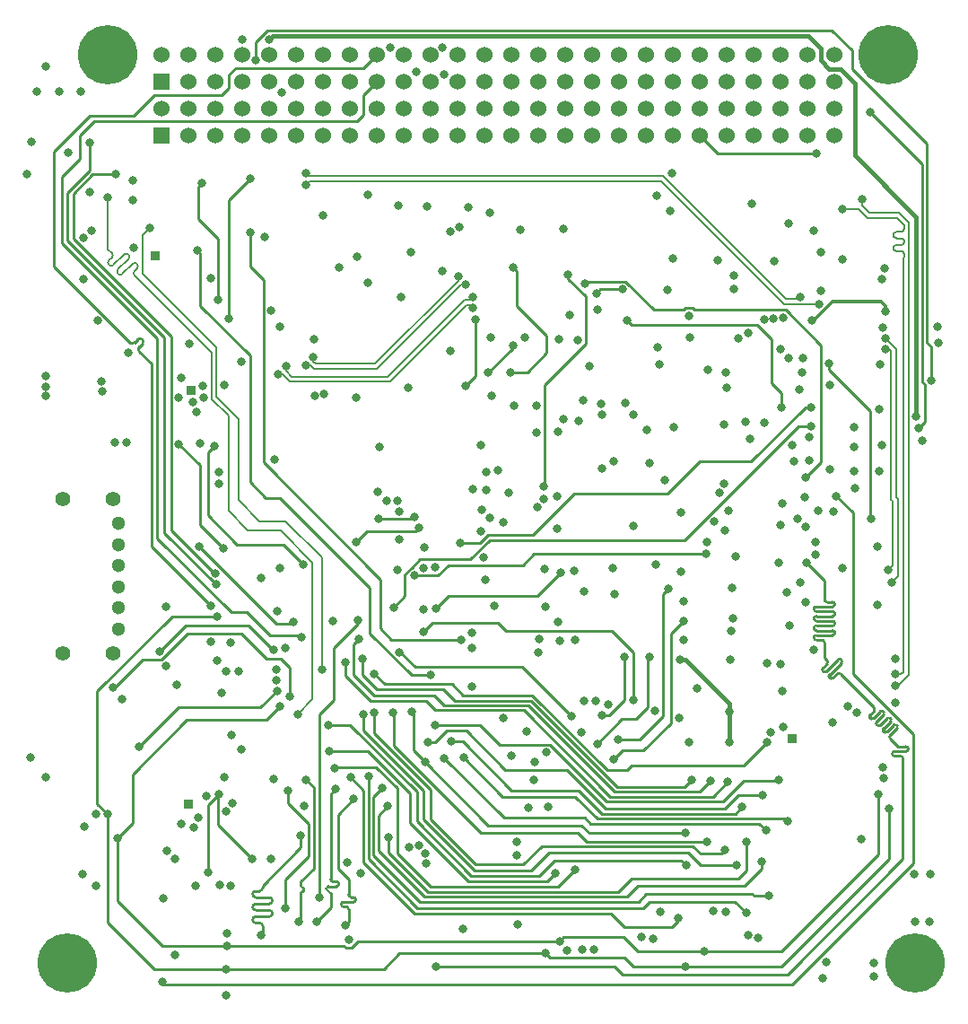
<source format=gbr>
%TF.GenerationSoftware,KiCad,Pcbnew,7.0.5*%
%TF.CreationDate,2024-04-25T22:20:34+03:00*%
%TF.ProjectId,obc-adcs-board,6f62632d-6164-4637-932d-626f6172642e,rev?*%
%TF.SameCoordinates,PX3e2df80PY83e4a60*%
%TF.FileFunction,Copper,L3,Inr*%
%TF.FilePolarity,Positive*%
%FSLAX46Y46*%
G04 Gerber Fmt 4.6, Leading zero omitted, Abs format (unit mm)*
G04 Created by KiCad (PCBNEW 7.0.5) date 2024-04-25 22:20:34*
%MOMM*%
%LPD*%
G01*
G04 APERTURE LIST*
%TA.AperFunction,ComponentPad*%
%ADD10C,5.600000*%
%TD*%
%TA.AperFunction,ComponentPad*%
%ADD11R,0.850000X0.850000*%
%TD*%
%TA.AperFunction,ComponentPad*%
%ADD12R,1.530000X1.530000*%
%TD*%
%TA.AperFunction,ComponentPad*%
%ADD13C,1.530000*%
%TD*%
%TA.AperFunction,ComponentPad*%
%ADD14C,1.300000*%
%TD*%
%TA.AperFunction,ComponentPad*%
%ADD15C,1.400000*%
%TD*%
%TA.AperFunction,ViaPad*%
%ADD16C,0.800000*%
%TD*%
%TA.AperFunction,Conductor*%
%ADD17C,0.300000*%
%TD*%
%TA.AperFunction,Conductor*%
%ADD18C,0.400000*%
%TD*%
%TA.AperFunction,Conductor*%
%ADD19C,0.250000*%
%TD*%
%TA.AperFunction,Conductor*%
%ADD20C,0.200000*%
%TD*%
G04 APERTURE END LIST*
D10*
%TO.N,unconnected-(H4-Pad1)*%
%TO.C,H4*%
X82630000Y90930000D03*
%TD*%
%TO.N,unconnected-(H1-Pad1)*%
%TO.C,H1*%
X5180000Y5190000D03*
%TD*%
%TO.N,AC_GND_2*%
%TO.C,H3*%
X85170000Y5210000D03*
%TD*%
D11*
%TO.N,/OBC module/3V3_PROT*%
%TO.C,3V3_PROT*%
X16600000Y20225000D03*
%TD*%
D10*
%TO.N,AC_GND_1*%
%TO.C,H2*%
X8990000Y90930000D03*
%TD*%
D11*
%TO.N,/ADCS_VDD*%
%TO.C,J29*%
X16875000Y59250000D03*
%TD*%
D12*
%TO.N,CAN1-*%
%TO.C,J1*%
X14048000Y83309000D03*
D13*
%TO.N,unconnected-(J1-Pad02)*%
X14048000Y85849000D03*
%TO.N,CAN1+*%
X16588000Y83309000D03*
%TO.N,unconnected-(J1-Pad04)*%
X16588000Y85849000D03*
%TO.N,unconnected-(J1-Pad05)*%
X19128000Y83309000D03*
%TO.N,unconnected-(J1-Pad06)*%
X19128000Y85849000D03*
%TO.N,unconnected-(J1-Pad07)*%
X21668000Y83309000D03*
%TO.N,unconnected-(J1-Pad08)*%
X21668000Y85849000D03*
%TO.N,unconnected-(J1-Pad09)*%
X24208000Y83309000D03*
%TO.N,unconnected-(J1-Pad10)*%
X24208000Y85849000D03*
%TO.N,unconnected-(J1-Pad11)*%
X26748000Y83309000D03*
%TO.N,unconnected-(J1-Pad12)*%
X26748000Y85849000D03*
%TO.N,unconnected-(J1-Pad13)*%
X29288000Y83309000D03*
%TO.N,unconnected-(J1-Pad14)*%
X29288000Y85849000D03*
%TO.N,unconnected-(J1-Pad15)*%
X31828000Y83309000D03*
%TO.N,unconnected-(J1-Pad16)*%
X31828000Y85849000D03*
%TO.N,unconnected-(J1-Pad17)*%
X34368000Y83309000D03*
%TO.N,unconnected-(J1-Pad18)*%
X34368000Y85849000D03*
%TO.N,unconnected-(J1-Pad19)*%
X36908000Y83309000D03*
%TO.N,unconnected-(J1-Pad20)*%
X36908000Y85849000D03*
%TO.N,unconnected-(J1-Pad21)*%
X39448000Y83309000D03*
%TO.N,unconnected-(J1-Pad22)*%
X39448000Y85849000D03*
%TO.N,unconnected-(J1-Pad23)*%
X41988000Y83309000D03*
%TO.N,unconnected-(J1-Pad24)*%
X41988000Y85849000D03*
%TO.N,unconnected-(J1-Pad25)*%
X44528000Y83309000D03*
%TO.N,unconnected-(J1-Pad26)*%
X44528000Y85849000D03*
%TO.N,GND*%
X47068000Y83309000D03*
X47068000Y85849000D03*
%TO.N,unconnected-(J1-Pad29)*%
X49608000Y83309000D03*
%TO.N,unconnected-(J1-Pad30)*%
X49608000Y85849000D03*
%TO.N,GND*%
X52148000Y83309000D03*
X52148000Y85849000D03*
%TO.N,unconnected-(J1-Pad33)*%
X54688000Y83309000D03*
%TO.N,unconnected-(J1-Pad34)*%
X54688000Y85849000D03*
%TO.N,unconnected-(J1-Pad35)*%
X57228000Y83309000D03*
%TO.N,unconnected-(J1-Pad36)*%
X57228000Y85849000D03*
%TO.N,unconnected-(J1-Pad37)*%
X59768000Y83309000D03*
%TO.N,unconnected-(J1-Pad38)*%
X59768000Y85849000D03*
%TO.N,unconnected-(J1-Pad39)*%
X62308000Y83309000D03*
%TO.N,unconnected-(J1-Pad40)*%
X62308000Y85849000D03*
%TO.N,/I2C_MTQ_SDA*%
X64848000Y83309000D03*
%TO.N,unconnected-(J1-Pad42)*%
X64848000Y85849000D03*
%TO.N,/I2C_MTQ_SCK*%
X67388000Y83309000D03*
%TO.N,unconnected-(J1-Pad44)*%
X67388000Y85849000D03*
%TO.N,unconnected-(J1-Pad45)*%
X69928000Y83309000D03*
%TO.N,unconnected-(J1-Pad46)*%
X69928000Y85849000D03*
%TO.N,/EPS_5V_PANELS*%
X72468000Y83309000D03*
%TO.N,/EPS_3V3_OBC*%
X72468000Y85849000D03*
%TO.N,/EPS_5V_ADM*%
X75008000Y83309000D03*
%TO.N,/EPS_3V3_ADCS*%
X75008000Y85849000D03*
%TO.N,unconnected-(J1-Pad51)*%
X77548000Y83309000D03*
%TO.N,unconnected-(J1-Pad52)*%
X77548000Y85849000D03*
%TD*%
D11*
%TO.N,/ADCS_VDD*%
%TO.C,ADCS_VDD*%
X13450000Y71900000D03*
%TD*%
D12*
%TO.N,CAN2-*%
%TO.C,J5*%
X14048000Y88389000D03*
D13*
%TO.N,unconnected-(J5-Pad02)*%
X14048000Y90929000D03*
%TO.N,CAN2+*%
X16588000Y88389000D03*
%TO.N,unconnected-(J5-Pad04)*%
X16588000Y90929000D03*
%TO.N,unconnected-(J5-Pad05)*%
X19128000Y88389000D03*
%TO.N,unconnected-(J5-Pad06)*%
X19128000Y90929000D03*
%TO.N,/COMMS_SWD*%
X21668000Y88389000D03*
%TO.N,/COMMS_SWCLK*%
X21668000Y90929000D03*
%TO.N,/COMMS_RST*%
X24208000Y88389000D03*
%TO.N,/COMMS_3V3_REF*%
X24208000Y90929000D03*
%TO.N,unconnected-(J5-Pad11)*%
X26748000Y88389000D03*
%TO.N,unconnected-(J5-Pad12)*%
X26748000Y90929000D03*
%TO.N,unconnected-(J5-Pad13)*%
X29288000Y88389000D03*
%TO.N,unconnected-(J5-Pad14)*%
X29288000Y90929000D03*
%TO.N,unconnected-(J5-Pad15)*%
X31828000Y88389000D03*
%TO.N,unconnected-(J5-Pad16)*%
X31828000Y90929000D03*
%TO.N,/OBC_UART_TX*%
X34368000Y88389000D03*
%TO.N,/OBC_UART_RX*%
X34368000Y90929000D03*
%TO.N,/ADCS_UART_TX*%
X36908000Y88389000D03*
%TO.N,/ADCS_UART_RX*%
X36908000Y90929000D03*
%TO.N,/COMMS_TX*%
X39448000Y88389000D03*
%TO.N,/COMMS_RX*%
X39448000Y90929000D03*
%TO.N,unconnected-(J5-Pad23)*%
X41988000Y88389000D03*
%TO.N,unconnected-(J5-Pad24)*%
X41988000Y90929000D03*
%TO.N,unconnected-(J5-Pad25)*%
X44528000Y88389000D03*
%TO.N,unconnected-(J5-Pad26)*%
X44528000Y90929000D03*
%TO.N,unconnected-(J5-Pad27)*%
X47068000Y88389000D03*
%TO.N,unconnected-(J5-Pad28)*%
X47068000Y90929000D03*
%TO.N,GND*%
X49608000Y88389000D03*
X49608000Y90929000D03*
%TO.N,unconnected-(J5-Pad31)*%
X52148000Y88389000D03*
%TO.N,GND*%
X52148000Y90929000D03*
%TO.N,unconnected-(J5-Pad33)*%
X54688000Y88389000D03*
%TO.N,unconnected-(J5-Pad34)*%
X54688000Y90929000D03*
%TO.N,unconnected-(J5-Pad35)*%
X57228000Y88389000D03*
%TO.N,unconnected-(J5-Pad36)*%
X57228000Y90929000D03*
%TO.N,GNSS_PPS*%
X59768000Y88389000D03*
%TO.N,unconnected-(J5-Pad38)*%
X59768000Y90929000D03*
%TO.N,unconnected-(J5-Pad39)*%
X62308000Y88389000D03*
%TO.N,unconnected-(J5-Pad40)*%
X62308000Y90929000D03*
%TO.N,unconnected-(J5-Pad41)*%
X64848000Y88389000D03*
%TO.N,unconnected-(J5-Pad42)*%
X64848000Y90929000D03*
%TO.N,unconnected-(J5-Pad43)*%
X67388000Y88389000D03*
%TO.N,unconnected-(J5-Pad44)*%
X67388000Y90929000D03*
%TO.N,unconnected-(J5-Pad45)*%
X69928000Y88389000D03*
%TO.N,unconnected-(J5-Pad46)*%
X69928000Y90929000D03*
%TO.N,unconnected-(J5-Pad47)*%
X72468000Y88389000D03*
%TO.N,unconnected-(J5-Pad48)*%
X72468000Y90929000D03*
%TO.N,unconnected-(J5-Pad49)*%
X75008000Y88389000D03*
%TO.N,unconnected-(J5-Pad50)*%
X75008000Y90929000D03*
%TO.N,unconnected-(J5-Pad51)*%
X77548000Y88389000D03*
%TO.N,unconnected-(J5-Pad52)*%
X77548000Y90929000D03*
%TD*%
D14*
%TO.N,RS422_RX+*%
%TO.C,J12*%
X9940000Y36700000D03*
%TO.N,RS422_RX-*%
X9940000Y38700000D03*
%TO.N,GNSS_PPS*%
X9940000Y40700000D03*
%TO.N,RS422_TX-*%
X9940000Y42700000D03*
%TO.N,RS422_TX+*%
X9940000Y44700000D03*
%TO.N,GND*%
X9940000Y46700000D03*
D15*
%TO.N,unconnected-(J12-Pad7)*%
X9440000Y34450000D03*
%TO.N,unconnected-(J12-Pad8)*%
X9440000Y48950000D03*
%TO.N,unconnected-(J12-Pad9)*%
X4690000Y34450000D03*
%TO.N,unconnected-(J12-Pad10)*%
X4690000Y48950000D03*
%TD*%
D11*
%TO.N,/ADCS_VDD*%
%TO.C,ADCS_VDDIO*%
X73525000Y26350000D03*
%TD*%
D16*
%TO.N,/OBC module/3V3_LCLPROT_NAND*%
X19450000Y51500000D03*
X47298620Y57825500D03*
%TO.N,GND*%
X47600000Y16600000D03*
X33550000Y69400000D03*
X72463082Y63144775D03*
X43411765Y49939356D03*
X48300000Y64200000D03*
X71800000Y66025000D03*
X72600000Y30900000D03*
X11450000Y72650000D03*
X74100000Y47100000D03*
X55000000Y29900000D03*
X23400000Y41500000D03*
X72675000Y66050000D03*
X33550000Y77700000D03*
X67800000Y36500000D03*
X63825000Y66274500D03*
X83300000Y33950000D03*
X44450000Y43474500D03*
X67300000Y60900000D03*
X60825000Y63274500D03*
X30775201Y70850201D03*
X81600000Y44500000D03*
X76775000Y5300000D03*
X69420000Y7840000D03*
X49400000Y57800000D03*
X5200000Y81700000D03*
X43366241Y34898540D03*
X75130000Y54830000D03*
X79690000Y28820000D03*
X50254992Y38855008D03*
X75775500Y43700000D03*
X83300000Y29800000D03*
X68000000Y37700000D03*
X82150000Y23660000D03*
X59360000Y7640000D03*
X15350000Y15025000D03*
X38725000Y42475000D03*
X58599500Y56967278D03*
X58600000Y46400000D03*
X61000000Y61700000D03*
X67550000Y47900000D03*
X67687701Y33787701D03*
X77124702Y59700202D03*
X52275000Y6424500D03*
X6674102Y73623326D03*
X16625000Y63600000D03*
X76475000Y3800000D03*
X59825000Y55525000D03*
X47900000Y74400000D03*
X51390000Y49199989D03*
X35275000Y48825000D03*
X53900000Y29900000D03*
X47690000Y8840000D03*
X55610482Y56930966D03*
X42450000Y8460000D03*
X81800500Y51575000D03*
X48700000Y19826944D03*
X82125500Y65125000D03*
X44710000Y51560000D03*
X35625000Y91600000D03*
X44200000Y54100000D03*
X17250000Y12500000D03*
X47100000Y24800000D03*
X66100000Y10100000D03*
X69600000Y54649500D03*
X45449500Y38925500D03*
X41300000Y62950000D03*
X80070000Y16890000D03*
X36300000Y48850000D03*
X53400000Y56350000D03*
X73200000Y75000000D03*
X20113782Y19490461D03*
X62387701Y55712299D03*
X73600000Y54100000D03*
X53100000Y35700000D03*
X25250000Y65275000D03*
X54830000Y6490000D03*
X66500000Y71500000D03*
X39100000Y76600000D03*
X81575000Y39000000D03*
X49250000Y24174500D03*
X36490742Y45200000D03*
X19500000Y50400000D03*
X64600000Y31100000D03*
X82275000Y70725000D03*
X30250000Y37500000D03*
X1700000Y24625000D03*
X63901953Y64186763D03*
X67100000Y56000000D03*
X72500000Y33438030D03*
X49700000Y35800000D03*
X37600008Y72300000D03*
X3150000Y22750000D03*
X8425000Y59150000D03*
X69756632Y76845193D03*
X44230000Y48000000D03*
X38360903Y16264317D03*
X70950000Y65925000D03*
X8350000Y60100000D03*
X24600000Y22600000D03*
X74222701Y59300000D03*
X31700000Y7400000D03*
X65500000Y44950000D03*
X7875000Y19250000D03*
X18675500Y69800000D03*
X51500000Y37400000D03*
X37300000Y59500000D03*
X86600000Y13600000D03*
X63800000Y26000000D03*
X14525000Y15825000D03*
X20675000Y26675000D03*
X60700000Y42800000D03*
X71850000Y71375000D03*
X27500000Y20000000D03*
X20150000Y32700000D03*
X19300000Y33750000D03*
X1800000Y82700000D03*
X45000000Y47200000D03*
X67400000Y59500000D03*
X31600000Y14700000D03*
X15300000Y5950500D03*
X70360000Y7580000D03*
X85100000Y13600000D03*
X19550000Y12550000D03*
X43373809Y36404080D03*
X73200000Y62275000D03*
X74780505Y49114314D03*
X24700000Y52700000D03*
X79497175Y49973749D03*
X38068983Y89251723D03*
X38917870Y15565529D03*
X24852333Y31870397D03*
X55225000Y66875000D03*
X56670000Y52500998D03*
X51450000Y55350000D03*
X53350000Y63950000D03*
X52600000Y66300000D03*
X46263346Y28317380D03*
X66724115Y49545772D03*
X74550000Y62250000D03*
X17050000Y18000000D03*
X18276668Y20976266D03*
X73050000Y40200000D03*
X63050000Y47675500D03*
X20600000Y12500000D03*
X6800000Y18100000D03*
X73303571Y37000000D03*
X74850000Y46350000D03*
X51549067Y64030103D03*
X68200000Y43600000D03*
X65625000Y61175000D03*
X60598056Y29001944D03*
%TO.N,/ADCS_VDD*%
X7300000Y77900000D03*
X44710000Y49800000D03*
X68025000Y70075000D03*
X56175000Y29575000D03*
X52000000Y56550000D03*
X69150000Y56300000D03*
X75600000Y34780000D03*
X41275000Y74175000D03*
X68050000Y68800000D03*
X17300000Y57175000D03*
X75775500Y44900000D03*
X72725000Y27475000D03*
X17025000Y58100000D03*
X70950000Y56200000D03*
X73700000Y52555500D03*
X76047663Y47847663D03*
X74350000Y41100000D03*
X74847299Y39272701D03*
X23800000Y73700000D03*
X82350000Y66700000D03*
X44575000Y41325000D03*
X75433724Y65827573D03*
X53800000Y58300000D03*
X6649500Y69750000D03*
X71550000Y27000000D03*
X48528357Y27075471D03*
X61800000Y68699500D03*
X62298300Y71630500D03*
X42150000Y74675000D03*
X36400000Y76700000D03*
X72655809Y48537448D03*
%TO.N,/OBC module/3V3_LCLPROT_MRAM*%
X67600000Y26000000D03*
X67600000Y28900000D03*
X62950000Y33800000D03*
%TO.N,/ADCS module/Microcontroller/MCU_VDDCORE*%
X62900000Y28300000D03*
X71200000Y33500000D03*
X45803305Y51672096D03*
X46280000Y46754500D03*
X53650000Y26975500D03*
X55517915Y57926173D03*
X72500000Y46500000D03*
X43300000Y31300000D03*
%TO.N,/OBC module/3V3_PROT*%
X57825000Y58075000D03*
X47600000Y15400000D03*
X72300000Y43000000D03*
X21600000Y25373540D03*
X15674500Y58575000D03*
X67300000Y10000000D03*
X49600000Y34500000D03*
X63100000Y42100000D03*
X61100000Y10000000D03*
X25225000Y42425000D03*
X19700000Y30700000D03*
X20150000Y2150000D03*
X68496928Y64136036D03*
X19924951Y59699952D03*
X63300000Y39300000D03*
X51400000Y46200000D03*
X81850000Y61698370D03*
X28425000Y64025000D03*
X56600000Y42450000D03*
X36680000Y67990000D03*
X60800000Y77600000D03*
X24400000Y15000000D03*
X17550000Y18950000D03*
X46800000Y49599500D03*
X18025500Y58525000D03*
X14467936Y33193337D03*
X14200000Y11300000D03*
X67200000Y46050000D03*
X54400000Y61500000D03*
X20000000Y22700000D03*
X29325000Y58875000D03*
X18700000Y35500000D03*
X21537701Y61937701D03*
X20550000Y35430000D03*
X51975000Y74475000D03*
X45000000Y76000000D03*
X15900000Y18350000D03*
X24394500Y66775000D03*
X45100000Y64200000D03*
X49200000Y22500000D03*
X39852248Y42523153D03*
X43000000Y76500000D03*
X32500000Y71800000D03*
X60100000Y52400000D03*
X67150000Y50450000D03*
X62050000Y76150000D03*
X20250000Y7975000D03*
X63350000Y35650000D03*
X28499500Y58700000D03*
X32425000Y58525000D03*
X50375201Y25075500D03*
X62200498Y79711461D03*
X37375000Y16100000D03*
%TO.N,/OBC module/MCU_VDDCORE*%
X36275500Y42275000D03*
X51600000Y35600000D03*
X39025982Y14571891D03*
X32800000Y13700000D03*
X20700000Y20300000D03*
X50500000Y19900000D03*
X21350000Y32700000D03*
%TO.N,/OBC module/MEM_NAND_ENABLE_1*%
X27437701Y42837701D03*
X19000000Y54000000D03*
%TO.N,/OBC module/MEM_NAND_ENABLE_2*%
X15674500Y54150000D03*
X19850000Y44350000D03*
%TO.N,/OBC module/MEM_NAND_WR_PROTECT*%
X17601153Y44511153D03*
X26450000Y37400000D03*
%TO.N,/OBC module/MEM_D0*%
X38900000Y24150000D03*
X37700000Y28900000D03*
X63500000Y17500000D03*
%TO.N,/OBC module/MEM_D1*%
X65500000Y16600000D03*
X35900000Y28800000D03*
%TO.N,/OBC module/MEM_D2*%
X34100000Y28800000D03*
X67200000Y15850000D03*
%TO.N,/OBC module/MEM_D3*%
X33075000Y28700000D03*
X68300000Y14400000D03*
%TO.N,/OBC module/MEM_D4*%
X58600000Y30000000D03*
X38744503Y36424500D03*
%TO.N,/OBC module/MEM_D5*%
X38306559Y46268441D03*
X31375500Y33550000D03*
X32424500Y44950000D03*
X67500000Y22300000D03*
%TO.N,/OBC module/MEM_D6*%
X34524006Y47100500D03*
X37939742Y47250000D03*
X65831600Y22356199D03*
X32700000Y35800000D03*
%TO.N,/OBC module/MEM_D7*%
X64100000Y22500000D03*
X33009668Y33940332D03*
%TO.N,/OBC module/LCL_MRAM_SET*%
X61900000Y40500000D03*
X57100000Y26250000D03*
%TO.N,/OBC module/LCL_MRAM_RST*%
X63300000Y37500000D03*
X56740000Y24460000D03*
%TO.N,/OBC module/LCL_CAN_1_SET*%
X47004429Y60955706D03*
X38775000Y38549500D03*
X47250000Y70825000D03*
X38825500Y44424500D03*
%TO.N,/OBC module/LCL_CAN_1_RST*%
X42762299Y59637701D03*
X43700000Y65900000D03*
%TO.N,/OBC module/LCL_CAN1_OP-AMP_OUT*%
X58000000Y65800000D03*
X72550000Y57650000D03*
%TO.N,/OBC module/PAYLOAD_RX*%
X36490742Y47825000D03*
%TO.N,/OBC module/PAYLOAD_RX_ENABLE*%
X44169503Y45905497D03*
%TO.N,/OBC module/PAYLOAD_TX_ENABLE*%
X34612701Y53862701D03*
X25700000Y34925000D03*
%TO.N,/I2C_MTQ_SDA*%
X78274500Y42500000D03*
X75850000Y81600000D03*
X65400000Y43800000D03*
X37939742Y41750000D03*
%TO.N,/I2C_MTQ_SCK*%
X53900000Y40275500D03*
X24970104Y38375431D03*
X75198170Y52589129D03*
%TO.N,/OBC module/PAYLOAD_TX*%
X34439735Y49625303D03*
%TO.N,/ADCS_SWDIO*%
X79374278Y55774680D03*
X77725000Y49250000D03*
X14100000Y3400000D03*
%TO.N,/OBC_UART_TX*%
X79375000Y51625000D03*
X27280000Y35910000D03*
%TO.N,/OBC_UART_RX*%
X18699500Y38924500D03*
X77125000Y51800000D03*
%TO.N,/ADCS_UART_TX*%
X78275000Y71625000D03*
%TO.N,/ADCS_UART_RX*%
X82050000Y69725000D03*
%TO.N,/ADCS_SWCLK*%
X74900000Y42950000D03*
X79442368Y53869376D03*
X39970000Y4900000D03*
X85875000Y54500000D03*
%TO.N,/ADCS_RESET*%
X76300000Y68625000D03*
X17700000Y54250000D03*
X56800000Y40000000D03*
X66164025Y46839426D03*
%TO.N,/EPS_5V_PANELS*%
X60410000Y7510000D03*
X82170000Y22620000D03*
X7900000Y12500000D03*
X53740000Y6470000D03*
X6625000Y13575000D03*
%TO.N,/EPS_5V_ADM*%
X3124500Y60550000D03*
X3124500Y58700000D03*
X3124500Y59525000D03*
%TO.N,/OBC module/MCU_SWCLK*%
X26150000Y30375000D03*
X76300000Y72300000D03*
X9475000Y31175000D03*
%TO.N,/OBC module/MCU_SWDIO*%
X24600000Y34724500D03*
X13837701Y34612299D03*
X10342500Y30057500D03*
X75575000Y74275000D03*
%TO.N,/ADM_ENABLE_1*%
X61550000Y50770000D03*
X42200000Y44800000D03*
X75350000Y57650000D03*
X15900000Y60375000D03*
%TO.N,/ADM_ENABLE_2*%
X75300000Y55850000D03*
X17900000Y59675000D03*
X35962500Y38762500D03*
%TO.N,/OBC module/MCU_TRACECLK*%
X27200000Y17200000D03*
X23430000Y7820000D03*
%TO.N,/OBC module/MCU_TRACED_3*%
X26000000Y21500000D03*
X25750000Y10400000D03*
%TO.N,/OBC module/MCU_TRACED_2*%
X27700000Y22500000D03*
X26995000Y9135000D03*
%TO.N,/OBC module/MCU_TRACED_1*%
X28680000Y9130000D03*
X30500000Y21600000D03*
%TO.N,/OBC module/MCU_TRACED_0*%
X32200000Y20700000D03*
X31400000Y8800000D03*
%TO.N,/ADCS module/PAYLOAD_RX_ENABLE*%
X52389650Y70164650D03*
X50075000Y50150000D03*
%TO.N,/OBC module/MEM_MRAM_ENABLE*%
X62800000Y9400000D03*
X31900000Y22700000D03*
%TO.N,/OBC module/MEM_MRAM_WR_ENABLE*%
X33600000Y22800000D03*
X69210000Y9920000D03*
%TO.N,/ADCS module/I2C_SDA_SENS*%
X69375000Y64675500D03*
X74500000Y60950000D03*
X55620000Y51820000D03*
%TO.N,/ADCS module/PAYLOAD_TX_ENABLE*%
X53975000Y69300000D03*
X74850000Y51025000D03*
%TO.N,/ADCS module/PAYLOAD_TX*%
X55112701Y68387701D03*
X57530155Y68755155D03*
%TO.N,/OBC module/I2C_SDA_SENS*%
X19425000Y21100000D03*
X22550000Y15050000D03*
X18425201Y13799799D03*
%TO.N,/OBC module/LCL_PWM_CAN1*%
X44900000Y60900000D03*
X47200000Y63500000D03*
%TO.N,/OBC module/LCL_PWM_MRAM*%
X55150000Y25850000D03*
X60087299Y34087299D03*
%TO.N,/OBC module/LCL_PWM_NAND*%
X57700000Y34100000D03*
X55600000Y28600000D03*
%TO.N,/OBC module/MEM_A20*%
X32550000Y37550000D03*
X28900000Y11400000D03*
%TO.N,/OBC module/MEM_A5*%
X35450000Y17050000D03*
X69200000Y16600000D03*
%TO.N,/OBC module/MEM_A6*%
X35400000Y20000000D03*
X70700960Y14789040D03*
%TO.N,/OBC module/MEM_A7*%
X34900000Y21700000D03*
X71370000Y11540000D03*
%TO.N,/OBC module/MEM_A8*%
X40750000Y24500000D03*
X71100000Y17700000D03*
%TO.N,/OBC module/MEM_A9*%
X73100000Y18600000D03*
X42550000Y24600000D03*
%TO.N,/OBC module/MEM_A10*%
X71200000Y26000000D03*
X34100000Y32500000D03*
%TO.N,/OBC module/MEM_A11*%
X72300000Y22500000D03*
X39887877Y27669050D03*
%TO.N,/OBC module/MEM_A12*%
X39200000Y26050000D03*
X70800000Y21000000D03*
%TO.N,/OBC module/MEM_A13*%
X68800000Y19900000D03*
X41400000Y26150000D03*
%TO.N,/OBC module/MEM_MRAM_OUT_ENABLE*%
X63600000Y14400000D03*
X29800000Y27650000D03*
%TO.N,/OBC module/MEM_A17*%
X53040000Y13980000D03*
X30350000Y23550000D03*
%TO.N,/OBC module/MEM_A18*%
X29900000Y25200000D03*
X51250000Y13700000D03*
%TO.N,/OBC module/MEM_A19*%
X52720273Y28469773D03*
X36500000Y34524598D03*
%TO.N,GNSS_PPS*%
X3125000Y89775000D03*
X1375000Y79650000D03*
X51753412Y42069901D03*
X39937701Y38637299D03*
X14500250Y38800250D03*
%TO.N,/ADCS module/CAN_TX_1*%
X49499002Y48222894D03*
X29255000Y75745000D03*
%TO.N,/ADCS module/CAN_RX_1*%
X50138298Y48991208D03*
X40552129Y70475500D03*
%TO.N,/ADCS module/CAN_TX_2*%
X67900000Y40600000D03*
X11300000Y77175500D03*
%TO.N,/ADCS module/CAN_RX_2*%
X7423942Y74284193D03*
X50200000Y42350000D03*
%TO.N,/ADCS module/CAN_FAULT_2*%
X45225000Y58675000D03*
X49425500Y55270000D03*
%TO.N,/ADCS module/CAN_SILENT_2*%
X53000000Y42200000D03*
X11370000Y79060000D03*
%TO.N,/COMMS_RX*%
X40525000Y91550000D03*
X87275000Y65275000D03*
%TO.N,/COMMS_TX*%
X40725000Y89000500D03*
X87400000Y63675000D03*
%TO.N,/COMMS_3V3_REF*%
X85270577Y56764922D03*
X24225000Y92325500D03*
%TO.N,/COMMS_RST*%
X80925000Y85475000D03*
X85474750Y55650250D03*
X25350000Y87300000D03*
%TO.N,/COMMS_SWCLK*%
X81775000Y57425000D03*
X21675000Y92325500D03*
%TO.N,/COMMS_SWD*%
X22953582Y90374500D03*
X86725000Y60150000D03*
%TO.N,/OBC module/CAN_RX_2*%
X29160000Y32870000D03*
X12910498Y74524500D03*
%TO.N,/OBC module/CAN_FAULT_2*%
X19143501Y41943500D03*
X9700000Y79600000D03*
%TO.N,/OBC module/CAN_TX_1*%
X17400000Y72400000D03*
X39420000Y32380000D03*
%TO.N,/OBC module/CAN_RX_1*%
X42300000Y35700000D03*
X22400000Y74125000D03*
%TO.N,/OBC module/CAN_SILENT_1*%
X17824500Y78775000D03*
X19400000Y67800000D03*
%TO.N,/OBC module/CAN_FAULT_1*%
X22400000Y79200000D03*
X20400000Y66000000D03*
%TO.N,/OBC module/MCU_ERASE*%
X11937232Y25587232D03*
X24925000Y30873540D03*
%TO.N,/OBC module/CAN_TX_2*%
X9000000Y77400000D03*
X26900000Y28700000D03*
%TO.N,/OBC module/CAN_SILENT_2*%
X7300000Y82600000D03*
X19226484Y40947449D03*
%TO.N,CAN1-*%
X74300000Y68068921D03*
X82950000Y41100000D03*
X82385793Y64159986D03*
X27700000Y79750500D03*
%TO.N,CAN1+*%
X27700000Y78650500D03*
X82325500Y63147870D03*
X76109467Y67369421D03*
X82600000Y42300000D03*
%TO.N,CAN2-*%
X78306717Y76343283D03*
X83337163Y32450000D03*
%TO.N,CAN2+*%
X83337163Y31350000D03*
X80124500Y77225000D03*
%TO.N,/OBC module/NRST_OBC*%
X15450500Y31425000D03*
X81023056Y47148056D03*
X77049500Y61750000D03*
X24917931Y32917471D03*
%TO.N,AC_GND_1*%
X4425000Y87400000D03*
X2300000Y87400000D03*
X6450000Y87400000D03*
%TO.N,AC_GND_2*%
X85200000Y9100000D03*
X81275000Y5200000D03*
X86500000Y9100000D03*
X81275000Y3900000D03*
%TO.N,I2C_SDA_PANELS*%
X65250000Y6300000D03*
X10914167Y62751219D03*
X9850000Y16975000D03*
X78820000Y29410000D03*
X81650000Y21100000D03*
X51610000Y7280000D03*
X20225000Y6800000D03*
X25200000Y29400000D03*
%TO.N,I2C_SCK_PANELS*%
X8950000Y19225000D03*
X8025000Y65800000D03*
X82700000Y19740000D03*
X50290000Y6100000D03*
X20100000Y4625000D03*
X77340000Y27870000D03*
X63450000Y4900000D03*
X19299500Y37925000D03*
%TO.N,/ADCS module/MCU_ERASE*%
X81993737Y54035421D03*
X77475000Y47775000D03*
%TO.N,RS422_TX+*%
X25796347Y61470131D03*
X9675000Y54306843D03*
X43380572Y68045000D03*
%TO.N,RS422_TX-*%
X43380572Y66995000D03*
X25053883Y60727667D03*
X10725000Y54306843D03*
%TO.N,RS422_RX+*%
X28371232Y62371232D03*
X42028768Y69971232D03*
%TO.N,RS422_RX-*%
X27628768Y61628768D03*
X42771232Y69228768D03*
%TD*%
D17*
%TO.N,/ADCS_VDD*%
X77375000Y67575000D02*
X75627573Y65827573D01*
X82350000Y66700000D02*
X82350000Y67150000D01*
X82350000Y67150000D02*
X81925000Y67575000D01*
X75627573Y65827573D02*
X75433724Y65827573D01*
X81925000Y67575000D02*
X77375000Y67575000D01*
D18*
%TO.N,/OBC module/3V3_LCLPROT_MRAM*%
X67600000Y29700000D02*
X67600000Y28900000D01*
X67600000Y26000000D02*
X67600000Y28900000D01*
X63500000Y33800000D02*
X67600000Y29700000D01*
X62950000Y33800000D02*
X63500000Y33800000D01*
D19*
%TO.N,/OBC module/MEM_NAND_ENABLE_1*%
X21125000Y44700000D02*
X18400000Y47425000D01*
X18400000Y47425000D02*
X18400000Y53400000D01*
X25575402Y44700000D02*
X21125000Y44700000D01*
X18400000Y53400000D02*
X19000000Y54000000D01*
X27437701Y42837701D02*
X25575402Y44700000D01*
%TO.N,/OBC module/MEM_NAND_ENABLE_2*%
X19850000Y44350000D02*
X17650000Y46550000D01*
X17650000Y46550000D02*
X17650000Y52174500D01*
X17650000Y52174500D02*
X15674500Y54150000D01*
%TO.N,/OBC module/MEM_NAND_WR_PROTECT*%
X24912307Y37200000D02*
X26250000Y37200000D01*
X17601153Y44511153D02*
X24912307Y37200000D01*
X26250000Y37200000D02*
X26450000Y37400000D01*
%TO.N,/OBC module/MEM_D0*%
X38900000Y24150000D02*
X37800000Y25250000D01*
X53700000Y18200000D02*
X44850000Y18200000D01*
X37800000Y28800000D02*
X37700000Y28900000D01*
X44850000Y18200000D02*
X38900000Y24150000D01*
X54400000Y17500000D02*
X53700000Y18200000D01*
X37800000Y25250000D02*
X37800000Y28800000D01*
X63500000Y17500000D02*
X54400000Y17500000D01*
%TO.N,/OBC module/MEM_D1*%
X36000000Y25700000D02*
X44200000Y17500000D01*
X54150480Y16649520D02*
X65450480Y16649520D01*
X36000000Y28700000D02*
X36000000Y25700000D01*
X35900000Y28800000D02*
X36000000Y28700000D01*
X65450480Y16649520D02*
X65500000Y16600000D01*
X53300000Y17500000D02*
X54150480Y16649520D01*
X44200000Y17500000D02*
X53300000Y17500000D01*
%TO.N,/OBC module/MEM_D2*%
X39450000Y21550000D02*
X39450000Y18750000D01*
X39450000Y18750000D02*
X43700000Y14500000D01*
X64200000Y16200000D02*
X64900000Y15500000D01*
X43700000Y14500000D02*
X48200000Y14500000D01*
X49900000Y16200000D02*
X64200000Y16200000D01*
X48200000Y14500000D02*
X49900000Y16200000D01*
X64900000Y15500000D02*
X66850000Y15500000D01*
X66850000Y15500000D02*
X67200000Y15850000D01*
X34100000Y26900000D02*
X39450000Y21550000D01*
X34100000Y28800000D02*
X34100000Y26900000D01*
%TO.N,/OBC module/MEM_D3*%
X38750000Y21450000D02*
X38750000Y18750000D01*
X64900000Y14400000D02*
X68300000Y14400000D01*
X48900000Y13900000D02*
X50600000Y15600000D01*
X50600000Y15600000D02*
X63700000Y15600000D01*
X43600000Y13900000D02*
X48900000Y13900000D01*
X33075000Y27125000D02*
X38750000Y21450000D01*
X63700000Y15600000D02*
X64900000Y14400000D01*
X33075000Y28700000D02*
X33075000Y27125000D01*
X38750000Y18750000D02*
X43600000Y13900000D01*
%TO.N,/OBC module/MEM_D4*%
X39620003Y37300000D02*
X45800000Y37300000D01*
X46575000Y36525000D02*
X56575000Y36525000D01*
X45800000Y37300000D02*
X46575000Y36525000D01*
X58600000Y34500000D02*
X58600000Y30000000D01*
X38744503Y36424500D02*
X39620003Y37300000D01*
X56575000Y36525000D02*
X58600000Y34500000D01*
%TO.N,/OBC module/MEM_D5*%
X48250989Y29049011D02*
X56400480Y20899520D01*
X33750000Y29950000D02*
X39000000Y29950000D01*
X37963118Y45925000D02*
X33399500Y45925000D01*
X31375500Y32324500D02*
X33750000Y29950000D01*
X33399500Y45925000D02*
X32424500Y44950000D01*
X39900989Y29049011D02*
X48250989Y29049011D01*
X31375500Y33550000D02*
X31375500Y32324500D01*
X56400480Y20899520D02*
X66099520Y20899520D01*
X39000000Y29950000D02*
X39900989Y29049011D01*
X38306559Y46268441D02*
X37963118Y45925000D01*
X66099520Y20899520D02*
X67500000Y22300000D01*
%TO.N,/OBC module/MEM_D6*%
X65831600Y22356199D02*
X64824921Y21349520D01*
X48655046Y29498531D02*
X40701469Y29498531D01*
X56804057Y21349520D02*
X48655046Y29498531D01*
X34524506Y47100000D02*
X37789742Y47100000D01*
X34524006Y47100500D02*
X34524506Y47100000D01*
X34100000Y30450000D02*
X32200000Y32350000D01*
X32200000Y32350000D02*
X32200000Y35300000D01*
X40701469Y29498531D02*
X39750000Y30450000D01*
X39750000Y30450000D02*
X34100000Y30450000D01*
X32200000Y35300000D02*
X32700000Y35800000D01*
X64824921Y21349520D02*
X56804057Y21349520D01*
X37789742Y47100000D02*
X37939742Y47250000D01*
%TO.N,/OBC module/MEM_D7*%
X33009668Y33940332D02*
X33009668Y32390332D01*
X63400000Y21800000D02*
X64100000Y22500000D01*
X48894821Y29948051D02*
X57042872Y21800000D01*
X33009668Y32390332D02*
X34400000Y31000000D01*
X57042872Y21800000D02*
X63400000Y21800000D01*
X34400000Y31000000D02*
X40650000Y31000000D01*
X40650000Y31000000D02*
X41701949Y29948051D01*
X41701949Y29948051D02*
X48894821Y29948051D01*
%TO.N,/OBC module/LCL_MRAM_SET*%
X61900000Y40500000D02*
X61400000Y40000000D01*
X61400000Y40000000D02*
X61400000Y28500000D01*
X61400000Y28500000D02*
X59150000Y26250000D01*
X59150000Y26250000D02*
X57100000Y26250000D01*
%TO.N,/OBC module/LCL_MRAM_RST*%
X62100000Y36300000D02*
X63300000Y37500000D01*
X59490000Y25240000D02*
X62100000Y27850000D01*
X56740000Y24460000D02*
X57520000Y25240000D01*
X57520000Y25240000D02*
X59490000Y25240000D01*
X62100000Y27850000D02*
X62100000Y36300000D01*
%TO.N,/OBC module/LCL_CAN_1_SET*%
X50400000Y62800000D02*
X48555706Y60955706D01*
X48555706Y60955706D02*
X47004429Y60955706D01*
X47600000Y70475000D02*
X47600000Y67200000D01*
X50400000Y64400000D02*
X50400000Y62800000D01*
X47600000Y67200000D02*
X50400000Y64400000D01*
X47250000Y70825000D02*
X47600000Y70475000D01*
%TO.N,/OBC module/LCL_CAN_1_RST*%
X43700000Y60575402D02*
X43700000Y65900000D01*
X42762299Y59637701D02*
X43700000Y60575402D01*
%TO.N,/OBC module/LCL_CAN1_OP-AMP_OUT*%
X71600000Y59900000D02*
X71600000Y64050000D01*
X71600000Y64050000D02*
X70250000Y65400000D01*
X58400000Y65400000D02*
X58000000Y65800000D01*
X72550000Y57650000D02*
X72550000Y58950000D01*
X70250000Y65400000D02*
X58400000Y65400000D01*
X72550000Y58950000D02*
X71600000Y59900000D01*
%TO.N,/I2C_MTQ_SDA*%
X37939742Y41750000D02*
X40104400Y41750000D01*
X41104400Y42750000D02*
X48150000Y42750000D01*
X49200000Y43800000D02*
X65400000Y43800000D01*
X40104400Y41750000D02*
X41104400Y42750000D01*
X75850000Y81600000D02*
X66557000Y81600000D01*
X48150000Y42750000D02*
X49200000Y43800000D01*
X66557000Y81600000D02*
X64848000Y83309000D01*
%TO.N,/ADCS_SWDIO*%
X77725000Y49250000D02*
X79300000Y47675000D01*
X85000000Y14600000D02*
X73600000Y3200000D01*
X14300000Y3200000D02*
X14100000Y3400000D01*
X85000000Y26800000D02*
X85000000Y14600000D01*
X79300000Y32500000D02*
X85000000Y26800000D01*
X73600000Y3200000D02*
X14300000Y3200000D01*
X79300000Y47675000D02*
X79300000Y32500000D01*
%TO.N,/OBC_UART_TX*%
X6300000Y83230000D02*
X7670000Y84600000D01*
X24300000Y36100000D02*
X22100000Y38300000D01*
X33100000Y85200000D02*
X33100000Y87121000D01*
X32500000Y84600000D02*
X33100000Y85200000D01*
X20625000Y38300000D02*
X13650000Y45275000D01*
X33100000Y87121000D02*
X34368000Y88389000D01*
X27090000Y36100000D02*
X24300000Y36100000D01*
X4600000Y79400000D02*
X6300000Y81100000D01*
X7670000Y84600000D02*
X32500000Y84600000D01*
X13650000Y45275000D02*
X13650000Y64100000D01*
X22100000Y38300000D02*
X20625000Y38300000D01*
X27280000Y35910000D02*
X27090000Y36100000D01*
X4600000Y73150000D02*
X4600000Y79400000D01*
X6300000Y81100000D02*
X6300000Y83230000D01*
X13650000Y64100000D02*
X4600000Y73150000D01*
%TO.N,/OBC_UART_RX*%
X20400000Y87765078D02*
X19734922Y87100000D01*
X20400000Y89000000D02*
X20400000Y87765078D01*
X13100000Y44524000D02*
X18699500Y38924500D01*
X3900000Y81736396D02*
X3900000Y70950305D01*
X11097205Y63753100D02*
X11097206Y63753099D01*
X13340000Y87100000D02*
X11380000Y85140000D01*
X21050000Y89650000D02*
X20400000Y89000000D01*
X11521471Y63753100D02*
X11804313Y64035941D01*
X33089000Y89650000D02*
X21050000Y89650000D01*
X19734922Y87100000D02*
X13340000Y87100000D01*
X13100000Y61750305D02*
X13100000Y44524000D01*
X7303604Y85140000D02*
X3900000Y81736396D01*
X11945733Y62904572D02*
X13100000Y61750305D01*
X12228577Y63611677D02*
X11945733Y63328836D01*
X34368000Y90929000D02*
X33089000Y89650000D01*
X3900000Y70950305D02*
X11097205Y63753100D01*
X11380000Y85140000D02*
X7303604Y85140000D01*
X12228576Y63611676D02*
X12228577Y63611677D01*
X11097169Y63753062D02*
G75*
G03*
X11521470Y63753101I212131J212138D01*
G01*
X12228585Y63611667D02*
G75*
G03*
X12228577Y64035941I-212185J212133D01*
G01*
X11945738Y63328831D02*
G75*
G03*
X11945734Y62904573I212162J-212131D01*
G01*
X12228576Y64035940D02*
G75*
G03*
X11804314Y64035940I-212131J-212131D01*
G01*
%TO.N,/ADCS_SWCLK*%
X75825000Y37475000D02*
X77375000Y37475000D01*
X84000000Y15000000D02*
X73100000Y4100000D01*
X82842057Y27998283D02*
X82181028Y27337255D01*
X78117789Y32482211D02*
X81290000Y29310000D01*
X84314889Y25175000D02*
X83235111Y25175000D01*
X81226438Y28291845D02*
X81887464Y28952875D01*
X81226439Y28291846D02*
X81226438Y28291845D01*
X82817422Y26382663D02*
X83575085Y25625000D01*
X78188502Y33507513D02*
X77092485Y32411500D01*
X76600000Y41250000D02*
X76600000Y39500000D01*
X56800000Y4900000D02*
X39970000Y4900000D01*
X75825000Y35675000D02*
X76375000Y35675000D01*
X83400590Y27680086D02*
X83478450Y27602226D01*
X81862833Y27655452D02*
X81862832Y27655451D01*
X83478451Y27361889D02*
X82817422Y26700861D01*
X82127802Y28952874D02*
X82205662Y28875014D01*
X82764197Y28316478D02*
X82764196Y28316480D01*
X76600000Y35450000D02*
X76600000Y34000000D01*
X76774290Y32729697D02*
X76774289Y32729696D01*
X75825000Y38375000D02*
X77375000Y38375000D01*
X77410684Y32093303D02*
X77799591Y32482211D01*
X75825000Y36575000D02*
X77375000Y36575000D01*
X81289999Y28991801D02*
X80908240Y28610043D01*
X82205663Y28634677D02*
X81544634Y27973649D01*
X84000000Y24500000D02*
X84000000Y15000000D01*
X82499227Y27019058D02*
X82499226Y27019057D01*
X78188501Y33507512D02*
X78188502Y33507513D01*
X77375000Y37925000D02*
X75825000Y37925000D01*
X76825000Y39275000D02*
X77375000Y39275000D01*
X83575085Y25625000D02*
X84314889Y25625000D01*
X82499226Y27019057D02*
X83160252Y27680087D01*
X81862832Y27655451D02*
X82523858Y28316481D01*
X83400591Y27680084D02*
X83400590Y27680086D01*
X83235111Y24725000D02*
X83775000Y24725000D01*
X76774289Y32729696D02*
X77870302Y33825713D01*
X77375000Y37025000D02*
X75825000Y37025000D01*
X57600000Y4100000D02*
X56800000Y4900000D01*
X77375000Y38825000D02*
X75825000Y38825000D01*
X82127803Y28952872D02*
X82127802Y28952874D01*
X82764196Y28316480D02*
X82842056Y28238620D01*
X76844999Y33436801D02*
X76456091Y33047894D01*
X76600000Y34000000D02*
X76845000Y33755000D01*
X74900000Y42950000D02*
X76600000Y41250000D01*
X73100000Y4100000D02*
X57600000Y4100000D01*
X77375000Y36125000D02*
X75825000Y36125000D01*
X77600000Y39050000D02*
G75*
G03*
X77375000Y39275000I-225000J0D01*
G01*
X77600000Y36350000D02*
G75*
G03*
X77375000Y36575000I-225000J0D01*
G01*
X78188501Y33825710D02*
G75*
G03*
X77870302Y33825713I-159101J-159110D01*
G01*
X77375000Y37925000D02*
G75*
G03*
X77600000Y38150000I0J225000D01*
G01*
X75600000Y37700000D02*
G75*
G03*
X75825000Y37475000I225000J0D01*
G01*
X84000000Y24500000D02*
G75*
G03*
X83775000Y24725000I-225000J0D01*
G01*
X77600000Y37250000D02*
G75*
G03*
X77375000Y37475000I-225000J0D01*
G01*
X81290000Y28991800D02*
G75*
G03*
X81290000Y29310000I-159100J159100D01*
G01*
X77600000Y38150000D02*
G75*
G03*
X77375000Y38375000I-225000J0D01*
G01*
X76600000Y39500000D02*
G75*
G03*
X76825000Y39275000I225000J0D01*
G01*
X82127771Y28952840D02*
G75*
G03*
X81887464Y28952875I-120171J-120140D01*
G01*
X76600000Y35450000D02*
G75*
G03*
X76375000Y35675000I-225000J0D01*
G01*
X75825000Y37025000D02*
G75*
G03*
X75600000Y36800000I0J-225000D01*
G01*
X80908201Y28291806D02*
G75*
G03*
X81226439Y28291846I159099J159094D01*
G01*
X84539900Y25400000D02*
G75*
G03*
X84314889Y25625000I-225000J0D01*
G01*
X82181001Y27019030D02*
G75*
G03*
X82499227Y27019058I159099J159170D01*
G01*
X76456086Y33047899D02*
G75*
G03*
X76456091Y32729696I159114J-159099D01*
G01*
X82180985Y27337298D02*
G75*
G03*
X82181029Y27019058I159115J-159098D01*
G01*
X84314889Y25175011D02*
G75*
G03*
X84539889Y25400000I11J224989D01*
G01*
X80908284Y28609999D02*
G75*
G03*
X80908240Y28291845I159016J-159099D01*
G01*
X82764171Y28316452D02*
G75*
G03*
X82523858Y28316481I-120171J-120152D01*
G01*
X82205708Y28634632D02*
G75*
G03*
X82205662Y28875014I-120208J120168D01*
G01*
X75600000Y36800000D02*
G75*
G03*
X75825000Y36575000I225000J0D01*
G01*
X75825000Y36125000D02*
G75*
G03*
X75600000Y35900000I0J-225000D01*
G01*
X77092486Y32411499D02*
G75*
G03*
X77092485Y32093302I159114J-159099D01*
G01*
X76456101Y32729706D02*
G75*
G03*
X76774290Y32729697I159099J159094D01*
G01*
X77375000Y37025000D02*
G75*
G03*
X77600000Y37250000I0J225000D01*
G01*
X75600000Y38600000D02*
G75*
G03*
X75825000Y38375000I225000J0D01*
G01*
X77375000Y38825000D02*
G75*
G03*
X77600000Y39050000I0J225000D01*
G01*
X77375000Y36125000D02*
G75*
G03*
X77600000Y36350000I0J225000D01*
G01*
X75825000Y37925000D02*
G75*
G03*
X75600000Y37700000I0J-225000D01*
G01*
X75600000Y35900000D02*
G75*
G03*
X75825000Y35675000I225000J0D01*
G01*
X82842007Y27998333D02*
G75*
G03*
X82842055Y28238619I-120107J120167D01*
G01*
X83235111Y25174989D02*
G75*
G03*
X83010111Y24950000I-11J-224989D01*
G01*
X83478407Y27361933D02*
G75*
G03*
X83478449Y27602225I-120107J120167D01*
G01*
X76845000Y33436800D02*
G75*
G03*
X76845000Y33755000I-159100J159100D01*
G01*
X77092502Y32093319D02*
G75*
G03*
X77410683Y32093304I159098J159081D01*
G01*
X81544684Y27973599D02*
G75*
G03*
X81544634Y27655451I159016J-159099D01*
G01*
X78188513Y33507500D02*
G75*
G03*
X78188502Y33825711I-159113J159100D01*
G01*
X83400571Y27680064D02*
G75*
G03*
X83160252Y27680087I-120171J-120164D01*
G01*
X75825000Y38825000D02*
G75*
G03*
X75600000Y38600000I0J-225000D01*
G01*
X81544602Y27655419D02*
G75*
G03*
X81862832Y27655453I159098J159081D01*
G01*
X83010100Y24950000D02*
G75*
G03*
X83235111Y24725000I225000J0D01*
G01*
X78117788Y32482210D02*
G75*
G03*
X77799592Y32482210I-159098J-159098D01*
G01*
X82817385Y26700898D02*
G75*
G03*
X82817423Y26382664I159115J-159098D01*
G01*
%TO.N,/OBC module/MCU_SWCLK*%
X9475000Y31175000D02*
X9625000Y31175000D01*
X16500000Y36250000D02*
X21550000Y36250000D01*
X23925000Y33875000D02*
X25300000Y33875000D01*
X14075000Y33825000D02*
X16500000Y36250000D01*
X21550000Y36250000D02*
X23925000Y33875000D01*
X12275000Y33825000D02*
X14075000Y33825000D01*
X26150000Y33025000D02*
X26150000Y30375000D01*
X9625000Y31175000D02*
X12275000Y33825000D01*
X25300000Y33875000D02*
X26150000Y33025000D01*
%TO.N,/OBC module/MCU_SWDIO*%
X16325000Y37075000D02*
X13862299Y34612299D01*
X24600000Y34724500D02*
X24575500Y34724500D01*
X22225000Y37075000D02*
X16325000Y37075000D01*
X13862299Y34612299D02*
X13837701Y34612299D01*
X24575500Y34724500D02*
X22225000Y37075000D01*
%TO.N,/ADM_ENABLE_1*%
X49100000Y45600000D02*
X52950000Y49450000D01*
X64800000Y52500000D02*
X69680000Y52500000D01*
X74830000Y57650000D02*
X75350000Y57650000D01*
X44888604Y45600000D02*
X49100000Y45600000D01*
X61750000Y49450000D02*
X64800000Y52500000D01*
X69680000Y52500000D02*
X74830000Y57650000D01*
X44088604Y44800000D02*
X44888604Y45600000D01*
X42200000Y44800000D02*
X44088604Y44800000D01*
X52950000Y49450000D02*
X61750000Y49450000D01*
%TO.N,/ADM_ENABLE_2*%
X37000000Y39800000D02*
X37000000Y41835563D01*
X74140000Y55850000D02*
X75300000Y55850000D01*
X37650000Y42475000D02*
X38450000Y43275000D01*
X35962500Y38762500D02*
X37000000Y39800000D01*
X45000000Y45075000D02*
X63365000Y45075000D01*
X37639437Y42475000D02*
X37650000Y42475000D01*
X43200000Y43275000D02*
X45000000Y45075000D01*
X38450000Y43275000D02*
X43200000Y43275000D01*
X63365000Y45075000D02*
X74140000Y55850000D01*
X37000000Y41835563D02*
X37639437Y42475000D01*
%TO.N,/OBC module/MCU_TRACECLK*%
X22941697Y10190000D02*
X23580000Y10190000D01*
X24218303Y10790000D02*
X23580000Y10790000D01*
X24218303Y9590000D02*
X23580000Y9590000D01*
X23580000Y8690000D02*
X23580000Y7970000D01*
X23580000Y9590000D02*
X22941697Y9590000D01*
X23280000Y11390000D02*
X24218303Y11390000D01*
X27200000Y17200000D02*
X27200000Y16100000D01*
X22941697Y8990000D02*
X23280000Y8990000D01*
X23580000Y7970000D02*
X23430000Y7820000D01*
X22941697Y11390000D02*
X23280000Y11390000D01*
X23280000Y11990000D02*
X22941697Y11990000D01*
X23580000Y10790000D02*
X22941697Y10790000D01*
X23580000Y12480000D02*
X23580000Y12290000D01*
X23580000Y10190000D02*
X24218303Y10190000D01*
X27200000Y16100000D02*
X23580000Y12480000D01*
X22941697Y11990003D02*
G75*
G03*
X22641697Y11690000I3J-300003D01*
G01*
X24218303Y9589997D02*
G75*
G03*
X24518303Y9890000I-3J300003D01*
G01*
X24518300Y9890000D02*
G75*
G03*
X24218303Y10190000I-300000J0D01*
G01*
X23580000Y8690000D02*
G75*
G03*
X23280000Y8990000I-300000J0D01*
G01*
X24518300Y11090000D02*
G75*
G03*
X24218303Y11390000I-300000J0D01*
G01*
X22941697Y10790003D02*
G75*
G03*
X22641697Y10490000I3J-300003D01*
G01*
X22641700Y11690000D02*
G75*
G03*
X22941697Y11390000I300000J0D01*
G01*
X22641700Y10490000D02*
G75*
G03*
X22941697Y10190000I300000J0D01*
G01*
X22641700Y9290000D02*
G75*
G03*
X22941697Y8990000I300000J0D01*
G01*
X22941697Y9590003D02*
G75*
G03*
X22641697Y9290000I3J-300003D01*
G01*
X24218303Y10789997D02*
G75*
G03*
X24518303Y11090000I-3J300003D01*
G01*
X23280000Y11990000D02*
G75*
G03*
X23580000Y12290000I0J300000D01*
G01*
%TO.N,/OBC module/MCU_TRACED_3*%
X26000000Y20300000D02*
X26000000Y21500000D01*
X27950000Y18350000D02*
X26000000Y20300000D01*
X25750000Y10400000D02*
X25750000Y13050000D01*
X27950000Y15250000D02*
X27950000Y18350000D01*
X25750000Y13050000D02*
X27950000Y15250000D01*
%TO.N,/OBC module/MCU_TRACED_2*%
X27288271Y11921730D02*
X27288270Y11921730D01*
X27200000Y12900000D02*
X27200000Y12460000D01*
X27200000Y11833460D02*
X27200000Y11560000D01*
X27288270Y12371730D02*
X27288271Y12371730D01*
X27700000Y22500000D02*
X28400000Y21800000D01*
X27376541Y12283460D02*
X27376541Y12010000D01*
X27200000Y9340000D02*
X26995000Y9135000D01*
X28400000Y14100000D02*
X27200000Y12900000D01*
X27200000Y11560000D02*
X27200000Y9340000D01*
X28400000Y21800000D02*
X28400000Y14100000D01*
X27288270Y11921800D02*
G75*
G03*
X27200000Y11833460I30J-88300D01*
G01*
X27288271Y11921759D02*
G75*
G03*
X27376541Y12010000I29J88241D01*
G01*
X27200030Y12460000D02*
G75*
G03*
X27288270Y12371730I88270J0D01*
G01*
X27376530Y12283460D02*
G75*
G03*
X27288271Y12371730I-88230J40D01*
G01*
%TO.N,/OBC module/MCU_TRACED_1*%
X29786432Y12435000D02*
X30225000Y12435000D01*
X30552136Y12885000D02*
X30225000Y12885000D01*
X28680000Y9130000D02*
X30000000Y10450000D01*
X30000000Y21100000D02*
X30500000Y21600000D01*
X30000000Y13110000D02*
X30000000Y21100000D01*
X30225000Y12435000D02*
X30552136Y12435000D01*
X30000000Y10450000D02*
X30000000Y11771432D01*
X29572864Y12198568D02*
X29572864Y12221432D01*
X30000000Y13110000D02*
G75*
G03*
X30225000Y12885000I225000J0D01*
G01*
X30552136Y12434964D02*
G75*
G03*
X30777136Y12660000I-36J225036D01*
G01*
X30777100Y12660000D02*
G75*
G03*
X30552136Y12885000I-225000J0D01*
G01*
X29572800Y12198568D02*
G75*
G03*
X29786432Y11985000I213600J32D01*
G01*
X29786432Y12434936D02*
G75*
G03*
X29572864Y12221432I-32J-213536D01*
G01*
X30000000Y11771432D02*
G75*
G03*
X29786432Y11985000I-213600J-32D01*
G01*
%TO.N,/OBC module/MCU_TRACED_0*%
X31233305Y10515000D02*
X31475000Y10515000D01*
X30700000Y19200000D02*
X30700000Y14100000D01*
X31700000Y9100000D02*
X31400000Y8800000D01*
X30700000Y14100000D02*
X31700000Y13100000D01*
X31700000Y9260579D02*
X31700000Y9100000D01*
X32200000Y20700000D02*
X30700000Y19200000D01*
X31700000Y10290000D02*
X31700000Y9260579D01*
X31700000Y13100000D02*
X31700000Y11640000D01*
X31925000Y11415000D02*
X32166695Y11415000D01*
X32166695Y10965000D02*
X31925000Y10965000D01*
X31925000Y10965000D02*
X31233305Y10965000D01*
X31008300Y10740000D02*
G75*
G03*
X31233305Y10515000I225000J0D01*
G01*
X31700000Y11640000D02*
G75*
G03*
X31925000Y11415000I225000J0D01*
G01*
X32166695Y10965005D02*
G75*
G03*
X32391695Y11190000I5J224995D01*
G01*
X31700000Y10290000D02*
G75*
G03*
X31475000Y10515000I-225000J0D01*
G01*
X32391700Y11190000D02*
G75*
G03*
X32166695Y11415000I-225000J0D01*
G01*
X31233305Y10964995D02*
G75*
G03*
X31008305Y10740000I-5J-224995D01*
G01*
%TO.N,/ADCS module/PAYLOAD_RX_ENABLE*%
X50150500Y50225500D02*
X50150500Y59725195D01*
X50075000Y50150000D02*
X50150500Y50225500D01*
X54075000Y63649695D02*
X54075000Y68075000D01*
X54075000Y68075000D02*
X52389650Y69760350D01*
X52389650Y69760350D02*
X52389650Y70164650D01*
X50150500Y59725195D02*
X54075000Y63649695D01*
%TO.N,/OBC module/MEM_MRAM_ENABLE*%
X62800000Y9200000D02*
X62800000Y9400000D01*
X62200000Y8600000D02*
X62800000Y9200000D01*
X37900000Y9900000D02*
X56450000Y9900000D01*
X31900000Y22700000D02*
X33100000Y21500000D01*
X33100000Y14700000D02*
X37900000Y9900000D01*
X57750000Y8600000D02*
X62200000Y8600000D01*
X56450000Y9900000D02*
X57750000Y8600000D01*
X33100000Y21500000D02*
X33100000Y14700000D01*
%TO.N,/OBC module/MEM_MRAM_WR_ENABLE*%
X59500000Y10400000D02*
X38200000Y10400000D01*
X69210000Y9920000D02*
X68130000Y11000000D01*
X60100000Y11000000D02*
X59500000Y10400000D01*
X68130000Y11000000D02*
X60100000Y11000000D01*
X33600960Y14999040D02*
X33600960Y22799040D01*
X38200000Y10400000D02*
X33600960Y14999040D01*
X33600960Y22799040D02*
X33600000Y22800000D01*
%TO.N,/ADCS module/PAYLOAD_TX_ENABLE*%
X64125305Y66999500D02*
X63524695Y66999500D01*
X54155155Y69480155D02*
X53975000Y69300000D01*
X57830460Y69480155D02*
X54155155Y69480155D01*
X63350195Y66825000D02*
X60485615Y66825000D01*
X74850000Y51025000D02*
X76300000Y52475000D01*
X60485615Y66825000D02*
X57830460Y69480155D01*
X76300000Y63450305D02*
X72925305Y66825000D01*
X76300000Y52475000D02*
X76300000Y63450305D01*
X72925305Y66825000D02*
X64299805Y66825000D01*
X64299805Y66825000D02*
X64125305Y66999500D01*
X63524695Y66999500D02*
X63350195Y66825000D01*
%TO.N,/ADCS module/PAYLOAD_TX*%
X55480155Y68755155D02*
X55112701Y68387701D01*
X57530155Y68755155D02*
X55480155Y68755155D01*
%TO.N,/OBC module/I2C_SDA_SENS*%
X19425000Y21100000D02*
X19388782Y21063782D01*
X19388782Y18211218D02*
X22550000Y15050000D01*
X18400000Y13825000D02*
X18425201Y13799799D01*
X19425000Y21100000D02*
X18400000Y20075000D01*
X19388782Y21063782D02*
X19388782Y18211218D01*
X18400000Y20075000D02*
X18400000Y13825000D01*
%TO.N,/OBC module/LCL_PWM_CAN1*%
X47200000Y63237500D02*
X47200000Y63500000D01*
X44900000Y60900000D02*
X44900000Y60937500D01*
X44900000Y60937500D02*
X47200000Y63237500D01*
%TO.N,/OBC module/LCL_PWM_MRAM*%
X55150000Y25850000D02*
X57500000Y28200000D01*
X59923545Y29323545D02*
X59923545Y33923545D01*
X58800000Y28200000D02*
X59923545Y29323545D01*
X57500000Y28200000D02*
X58800000Y28200000D01*
X59923545Y33923545D02*
X60087299Y34087299D01*
%TO.N,/OBC module/LCL_PWM_NAND*%
X57700000Y30000000D02*
X56300000Y28600000D01*
X56300000Y28600000D02*
X55600000Y28600000D01*
X57700000Y34100000D02*
X57700000Y30000000D01*
%TO.N,/OBC module/MEM_A20*%
X28900000Y28680000D02*
X28900000Y11400000D01*
X32550000Y37250000D02*
X30260000Y34960000D01*
X30260000Y34960000D02*
X30260000Y30040000D01*
X32550000Y37550000D02*
X32550000Y37250000D01*
X30260000Y30040000D02*
X28900000Y28680000D01*
%TO.N,/OBC module/MEM_A5*%
X39200000Y11900000D02*
X57100000Y11900000D01*
X35450000Y17050000D02*
X35450000Y15650000D01*
X68500000Y13200000D02*
X69200000Y13900000D01*
X58400000Y13200000D02*
X68500000Y13200000D01*
X57100000Y11900000D02*
X58400000Y13200000D01*
X35450000Y15650000D02*
X39200000Y11900000D01*
X69200000Y13900000D02*
X69200000Y16600000D01*
%TO.N,/OBC module/MEM_A6*%
X34500000Y15800000D02*
X34500000Y19100000D01*
X69100000Y12500000D02*
X59000000Y12500000D01*
X38850000Y11450000D02*
X34500000Y15800000D01*
X70700960Y14100960D02*
X69100000Y12500000D01*
X34500000Y19100000D02*
X35400000Y20000000D01*
X59000000Y12500000D02*
X57950000Y11450000D01*
X70700960Y14789040D02*
X70700960Y14100960D01*
X57950000Y11450000D02*
X38850000Y11450000D01*
%TO.N,/OBC module/MEM_A7*%
X34050480Y20850480D02*
X34900000Y21700000D01*
X59100000Y11000000D02*
X38400000Y11000000D01*
X38400000Y11000000D02*
X34050480Y15349520D01*
X71370000Y11540000D02*
X69960000Y11540000D01*
X59800000Y11700000D02*
X59100000Y11000000D01*
X69960000Y11540000D02*
X69800000Y11700000D01*
X34050480Y15349520D02*
X34050480Y20850480D01*
X69800000Y11700000D02*
X59800000Y11700000D01*
%TO.N,/OBC module/MEM_A8*%
X54550000Y18350000D02*
X70450000Y18350000D01*
X70450000Y18350000D02*
X71100000Y17700000D01*
X46350000Y18900000D02*
X54000000Y18900000D01*
X54000000Y18900000D02*
X54550000Y18350000D01*
X40750000Y24500000D02*
X46350000Y18900000D01*
%TO.N,/OBC module/MEM_A9*%
X53100000Y20900000D02*
X46250000Y20900000D01*
X72850000Y18850000D02*
X55150000Y18850000D01*
X46250000Y20900000D02*
X42550000Y24600000D01*
X73100000Y18600000D02*
X72850000Y18850000D01*
X55150000Y18850000D02*
X53100000Y20900000D01*
%TO.N,/OBC module/MEM_A10*%
X41450000Y31500000D02*
X42474511Y30475489D01*
X35100000Y31500000D02*
X41450000Y31500000D01*
X34100000Y32500000D02*
X35100000Y31500000D01*
X49003101Y30475489D02*
X56078590Y23400000D01*
X42474511Y30475489D02*
X49003101Y30475489D01*
X69000000Y23800000D02*
X71200000Y26000000D01*
X58400000Y23800000D02*
X69000000Y23800000D01*
X58000000Y23400000D02*
X58400000Y23800000D01*
X56078590Y23400000D02*
X58000000Y23400000D01*
%TO.N,/OBC module/MEM_A11*%
X46000000Y25800000D02*
X44130950Y27669050D01*
X50700000Y25800000D02*
X46000000Y25800000D01*
X68986779Y22386779D02*
X67050000Y20450000D01*
X44130950Y27669050D02*
X39887877Y27669050D01*
X67050000Y20450000D02*
X56050000Y20450000D01*
X72186779Y22386779D02*
X68986779Y22386779D01*
X72300000Y22500000D02*
X72186779Y22386779D01*
X56050000Y20450000D02*
X50700000Y25800000D01*
%TO.N,/OBC module/MEM_A12*%
X42800000Y27100000D02*
X40950000Y27100000D01*
X55950480Y19749520D02*
X52300000Y23400000D01*
X46500000Y23400000D02*
X42800000Y27100000D01*
X67206611Y19749520D02*
X55950480Y19749520D01*
X40950000Y27100000D02*
X39900000Y26050000D01*
X70800000Y21000000D02*
X68457091Y21000000D01*
X52300000Y23400000D02*
X46500000Y23400000D01*
X68457091Y21000000D02*
X67206611Y19749520D01*
X39900000Y26050000D02*
X39200000Y26050000D01*
%TO.N,/OBC module/MEM_A13*%
X53400000Y21500000D02*
X55600000Y19300000D01*
X41400000Y26150000D02*
X42450000Y26150000D01*
X47100000Y21500000D02*
X53400000Y21500000D01*
X68200000Y19300000D02*
X68800000Y19900000D01*
X42450000Y26150000D02*
X47100000Y21500000D01*
X55600000Y19300000D02*
X68200000Y19300000D01*
%TO.N,/OBC module/MEM_MRAM_OUT_ENABLE*%
X63600000Y14400000D02*
X63100000Y14900000D01*
X38150000Y21350000D02*
X31850000Y27650000D01*
X31850000Y27650000D02*
X29800000Y27650000D01*
X51153577Y14900000D02*
X49704057Y13450480D01*
X43249520Y13450480D02*
X38150000Y18550000D01*
X38150000Y18550000D02*
X38150000Y21350000D01*
X63100000Y14900000D02*
X51153577Y14900000D01*
X49704057Y13450480D02*
X43249520Y13450480D01*
%TO.N,/OBC module/MEM_A17*%
X36300000Y15536396D02*
X36300000Y21700000D01*
X36300000Y21700000D02*
X34300000Y23700000D01*
X53040000Y13980000D02*
X51460000Y12400000D01*
X51460000Y12400000D02*
X39436396Y12400000D01*
X39436396Y12400000D02*
X36300000Y15536396D01*
X34300000Y23700000D02*
X30500000Y23700000D01*
X30500000Y23700000D02*
X30350000Y23550000D01*
%TO.N,/OBC module/MEM_A18*%
X43000000Y12900000D02*
X50450000Y12900000D01*
X29900000Y25200000D02*
X33500000Y25200000D01*
X33500000Y25200000D02*
X37450000Y21250000D01*
X37450000Y21250000D02*
X37450000Y18450000D01*
X50450000Y12900000D02*
X51250000Y13700000D01*
X37450000Y18450000D02*
X43000000Y12900000D01*
%TO.N,/OBC module/MEM_A19*%
X37970000Y33105000D02*
X48085046Y33105000D01*
X36500000Y34524598D02*
X36550402Y34524598D01*
X36550402Y34524598D02*
X37970000Y33105000D01*
X48085046Y33105000D02*
X52720273Y28469773D01*
%TO.N,GNSS_PPS*%
X41150402Y39850000D02*
X39937701Y38637299D01*
X49533511Y39850000D02*
X41150402Y39850000D01*
X51753412Y42069901D02*
X49533511Y39850000D01*
D18*
%TO.N,/COMMS_3V3_REF*%
X76275000Y90350000D02*
X76275000Y91475000D01*
X75100000Y92650000D02*
X24549500Y92650000D01*
X85270577Y56764922D02*
X85275000Y56769345D01*
X24549500Y92650000D02*
X24225000Y92325500D01*
X79505000Y88220000D02*
X78150000Y89575000D01*
X79505000Y81370000D02*
X79505000Y88220000D01*
X85275000Y56769345D02*
X85275000Y75600000D01*
X76275000Y91475000D02*
X75100000Y92650000D01*
X77050000Y89575000D02*
X76275000Y90350000D01*
X85275000Y75600000D02*
X79505000Y81370000D01*
X78150000Y89575000D02*
X77050000Y89575000D01*
D19*
%TO.N,/COMMS_RST*%
X86100000Y59749695D02*
X85800000Y60049695D01*
X85474750Y55650250D02*
X86100000Y56275500D01*
X86100000Y56275500D02*
X86100000Y59749695D01*
X85800000Y60049695D02*
X85800000Y80600000D01*
X85800000Y80600000D02*
X80925000Y85475000D01*
%TO.N,/COMMS_SWD*%
X86725000Y63324695D02*
X86250000Y63799695D01*
X86725000Y60150000D02*
X86725000Y63324695D01*
X79200000Y89550000D02*
X79200000Y91275000D01*
X24049195Y93175000D02*
X22953582Y92079387D01*
X77300000Y93175000D02*
X24049195Y93175000D01*
X86250000Y82500000D02*
X79200000Y89550000D01*
X79200000Y91275000D02*
X77300000Y93175000D01*
X86250000Y63799695D02*
X86250000Y82500000D01*
X22953582Y92079387D02*
X22953582Y90374500D01*
D20*
%TO.N,/OBC module/CAN_RX_2*%
X21300000Y48900000D02*
X21300000Y56506427D01*
X29160000Y43440000D02*
X25700000Y46900000D01*
X29160000Y32870000D02*
X29160000Y43440000D01*
X25700000Y46900000D02*
X23300000Y46900000D01*
X21300000Y56506427D02*
X19200000Y58606427D01*
X12300000Y73914002D02*
X12910498Y74524500D01*
X19200000Y58606427D02*
X19200000Y63300000D01*
X23300000Y46900000D02*
X21300000Y48900000D01*
X12300000Y70200000D02*
X12300000Y73914002D01*
X19200000Y63300000D02*
X12300000Y70200000D01*
D19*
%TO.N,/OBC module/CAN_FAULT_2*%
X5700000Y73550000D02*
X5700000Y77750000D01*
X5700000Y77750000D02*
X7550000Y79600000D01*
X19056500Y41943500D02*
X14950000Y46050000D01*
X7550000Y79600000D02*
X9700000Y79600000D01*
X14950000Y64300000D02*
X5700000Y73550000D01*
X14950000Y46050000D02*
X14950000Y64300000D01*
X19143501Y41943500D02*
X19056500Y41943500D01*
%TO.N,/OBC module/CAN_TX_1*%
X17400000Y72400000D02*
X17700000Y72100000D01*
X33720000Y36280000D02*
X37620000Y32380000D01*
X17700000Y72100000D02*
X17700000Y67200000D01*
X37620000Y32380000D02*
X39420000Y32380000D01*
X22400000Y50600000D02*
X23900000Y49100000D01*
X25200000Y49100000D02*
X33720000Y40580000D01*
X23900000Y49100000D02*
X25200000Y49100000D01*
X22400000Y62500000D02*
X22400000Y50600000D01*
X33720000Y40580000D02*
X33720000Y36280000D01*
X17700000Y67200000D02*
X22400000Y62500000D01*
%TO.N,/OBC module/CAN_RX_1*%
X23670000Y69630000D02*
X23670000Y52430000D01*
X23670000Y52430000D02*
X34700000Y41400000D01*
X22400000Y70900000D02*
X23670000Y69630000D01*
X34700000Y36750000D02*
X35750000Y35700000D01*
X34700000Y41400000D02*
X34700000Y36750000D01*
X35750000Y35700000D02*
X42300000Y35700000D01*
X22400000Y74125000D02*
X22400000Y70900000D01*
%TO.N,/OBC module/CAN_SILENT_1*%
X17500000Y78450500D02*
X17500000Y75400000D01*
X17824500Y78775000D02*
X17500000Y78450500D01*
X19400000Y73500000D02*
X19400000Y67800000D01*
X17500000Y75400000D02*
X19400000Y73500000D01*
%TO.N,/OBC module/CAN_FAULT_1*%
X20400000Y77200000D02*
X20400000Y66000000D01*
X22400000Y79200000D02*
X20400000Y77200000D01*
%TO.N,/OBC module/MCU_ERASE*%
X15650000Y29300000D02*
X11937232Y25587232D01*
X24925000Y30873540D02*
X23351460Y29300000D01*
X23351460Y29300000D02*
X15650000Y29300000D01*
D20*
%TO.N,/OBC module/CAN_TX_2*%
X11483816Y70066184D02*
X11483817Y70066183D01*
X10918133Y71621814D02*
X10918134Y71621815D01*
X9362500Y71763236D02*
X9079657Y71480394D01*
X18750000Y58420031D02*
X20350470Y56819561D01*
X9000000Y77400000D02*
X9000000Y72550000D01*
X20350470Y56819561D02*
X20350470Y47849530D01*
X28300000Y43000000D02*
X28300000Y30100000D01*
X11731305Y70737934D02*
X11483816Y70490448D01*
X9000000Y72550000D02*
X9362500Y72187500D01*
X10352448Y70207605D02*
X10352447Y70207604D01*
X9503922Y71056131D02*
X9503921Y71056130D01*
X18750000Y62800000D02*
X18750000Y58420031D01*
X25300000Y46000000D02*
X28300000Y43000000D01*
X9503921Y71056130D02*
X10493868Y72046081D01*
X11483817Y70066183D02*
X18750000Y62800000D01*
X10352447Y70207604D02*
X11307039Y71162200D01*
X22200000Y46000000D02*
X25300000Y46000000D01*
X9362499Y71763235D02*
X9362500Y71763236D01*
X20350470Y47849530D02*
X22200000Y46000000D01*
X11731304Y70737933D02*
X11731305Y70737934D01*
X28300000Y30100000D02*
X26900000Y28700000D01*
X10918134Y71621815D02*
X9928183Y70631868D01*
X11483832Y70490432D02*
G75*
G03*
X11483816Y70066184I212068J-212132D01*
G01*
X9362467Y71763268D02*
G75*
G03*
X9362500Y72187500I-212067J212132D01*
G01*
X9928220Y70631831D02*
G75*
G03*
X9928184Y70207605I212080J-212131D01*
G01*
X10918134Y72046079D02*
G75*
G03*
X10493868Y72046081I-212134J-212179D01*
G01*
X9079668Y71056141D02*
G75*
G03*
X9503922Y71056131I212132J212159D01*
G01*
X11731269Y70737968D02*
G75*
G03*
X11731304Y71162197I-212069J212132D01*
G01*
X9079619Y71480432D02*
G75*
G03*
X9079657Y71056130I212181J-212132D01*
G01*
X11731333Y71162226D02*
G75*
G03*
X11307040Y71162199I-212133J-212126D01*
G01*
X9928168Y70207589D02*
G75*
G03*
X10352448Y70207605I212132J212111D01*
G01*
X10918180Y71621767D02*
G75*
G03*
X10918134Y72046079I-212180J212133D01*
G01*
D19*
%TO.N,/OBC module/CAN_SILENT_2*%
X19081049Y40981354D02*
X14300000Y45762403D01*
X14300000Y45762403D02*
X14300000Y64200000D01*
X5175000Y73325000D02*
X5175000Y77861396D01*
X5175000Y77861396D02*
X7300000Y79986396D01*
X19226484Y40947449D02*
X19127551Y40947449D01*
X19093646Y40981354D02*
X19081049Y40981354D01*
X19127551Y40947449D02*
X19093646Y40981354D01*
X14300000Y64200000D02*
X5175000Y73325000D01*
X7300000Y79986396D02*
X7300000Y82600000D01*
D20*
%TO.N,CAN1-*%
X72984133Y67869421D02*
X61403054Y79450500D01*
X83524980Y48992758D02*
X83400000Y49117738D01*
X83400000Y63145779D02*
X82385793Y64159986D01*
X28000000Y79450500D02*
X27700000Y79750500D01*
X74300000Y68068921D02*
X74100500Y67869421D01*
X83400000Y49117738D02*
X83400000Y63145779D01*
X61403054Y79450500D02*
X28000000Y79450500D01*
X82950000Y41100000D02*
X83524980Y41674980D01*
X83524980Y41674980D02*
X83524980Y48992758D01*
X74100500Y67869421D02*
X72984133Y67869421D01*
%TO.N,CAN1+*%
X83025000Y42725000D02*
X83025000Y48785660D01*
X61195946Y78950500D02*
X72777025Y67369421D01*
X82690802Y63147870D02*
X82325500Y63147870D01*
X82600000Y42300000D02*
X83025000Y42725000D01*
X82900020Y62938652D02*
X82690802Y63147870D01*
X28000000Y78950500D02*
X61195946Y78950500D01*
X83025000Y48785660D02*
X82900020Y48910640D01*
X82900020Y48910640D02*
X82900020Y62938652D01*
X72777025Y67369421D02*
X76109467Y67369421D01*
X27700000Y78650500D02*
X28000000Y78950500D01*
%TO.N,CAN2-*%
X80649584Y75500000D02*
X83456800Y75500000D01*
X83155477Y73737671D02*
X83211105Y73661105D01*
X83825000Y72375000D02*
X83872320Y72373769D01*
X83287671Y74144523D02*
X83211105Y74088895D01*
X83425000Y72375000D02*
X83825000Y72375000D01*
X84125000Y73275000D02*
X84123769Y73227680D01*
X84038895Y73488895D02*
X84094523Y73412329D01*
X83872320Y72373769D02*
X83962329Y72344523D01*
X83126231Y72722320D02*
X83125000Y72675000D01*
X83425000Y73575000D02*
X83825000Y73575000D01*
X83825000Y74175000D02*
X83425000Y74175000D01*
X83825000Y73575000D02*
X83872320Y73573769D01*
X83126231Y72627680D02*
X83155477Y72537671D01*
X84123769Y72122320D02*
X84125000Y72075000D01*
X83800766Y32450000D02*
X83337163Y32450000D01*
X84125000Y74831800D02*
X84125000Y74475000D01*
X83287671Y72405477D02*
X83377680Y72376231D01*
X83211105Y72461105D02*
X83287671Y72405477D01*
X78306717Y76343283D02*
X79806301Y76343283D01*
X83456800Y75500000D02*
X84125000Y74831800D01*
X83287671Y73605477D02*
X83377680Y73576231D01*
X83377680Y72376231D02*
X83425000Y72375000D01*
X84123769Y73227680D02*
X84094523Y73137671D01*
X83962329Y73005477D02*
X83872320Y72976231D01*
X84094523Y74337671D02*
X84038895Y74261105D01*
X83155477Y72537671D02*
X83211105Y72461105D01*
X83377680Y74173769D02*
X83287671Y74144523D01*
X83211105Y72888895D02*
X83155477Y72812329D01*
X83425000Y72975000D02*
X83377680Y72973769D01*
X84025000Y32674234D02*
X83800766Y32450000D01*
X83155477Y74012329D02*
X83126231Y73922320D01*
X84025000Y71709999D02*
X84025000Y32674234D01*
X84125000Y71809999D02*
X84025000Y71709999D01*
X84125000Y72075000D02*
X84125000Y71809999D01*
X84038895Y74261105D02*
X83962329Y74205477D01*
X83287671Y72944523D02*
X83211105Y72888895D01*
X83377680Y72973769D02*
X83287671Y72944523D01*
X83126231Y73922320D02*
X83125000Y73875000D01*
X83155477Y72812329D02*
X83126231Y72722320D01*
X84094523Y72212329D02*
X84123769Y72122320D01*
X83962329Y72344523D02*
X84038895Y72288895D01*
X83125000Y72675000D02*
X83126231Y72627680D01*
X84094523Y73137671D02*
X84038895Y73061105D01*
X83962329Y73544523D02*
X84038895Y73488895D01*
X84038895Y72288895D02*
X84094523Y72212329D01*
X84038895Y73061105D02*
X83962329Y73005477D01*
X83126231Y73827680D02*
X83155477Y73737671D01*
X83872320Y73573769D02*
X83962329Y73544523D01*
X84094523Y73412329D02*
X84123769Y73322320D01*
X83825000Y72975000D02*
X83425000Y72975000D01*
X84123769Y74427680D02*
X84094523Y74337671D01*
X84123769Y73322320D02*
X84125000Y73275000D01*
X83962329Y74205477D02*
X83872320Y74176231D01*
X83872320Y72976231D02*
X83825000Y72975000D01*
X83211105Y73661105D02*
X83287671Y73605477D01*
X83125000Y73875000D02*
X83126231Y73827680D01*
X83872320Y74176231D02*
X83825000Y74175000D01*
X83425000Y74175000D02*
X83377680Y74173769D01*
X79806301Y76343283D02*
X80649584Y75500000D01*
X84125000Y74475000D02*
X84123769Y74427680D01*
X83377680Y73576231D02*
X83425000Y73575000D01*
X83211105Y74088895D02*
X83155477Y74012329D01*
%TO.N,CAN2+*%
X84571077Y57290871D02*
X84571077Y32371077D01*
X80124500Y76661482D02*
X80835982Y75950000D01*
X80124500Y77225000D02*
X80124500Y76661482D01*
X83643200Y75950000D02*
X84575000Y75018200D01*
X84575000Y57294794D02*
X84571077Y57290871D01*
X84571077Y32371077D02*
X83550000Y31350000D01*
X80835982Y75950000D02*
X83643200Y75950000D01*
X83550000Y31350000D02*
X83337163Y31350000D01*
X84575000Y75018200D02*
X84575000Y57294794D01*
D19*
%TO.N,/OBC module/NRST_OBC*%
X77049500Y61150500D02*
X80900000Y57300000D01*
X80900000Y57300000D02*
X80900000Y47271112D01*
X80900000Y47271112D02*
X81023056Y47148056D01*
X77049500Y61750000D02*
X77049500Y61150500D01*
%TO.N,I2C_SDA_PANELS*%
X65250000Y6300000D02*
X65300000Y6350000D01*
X9850000Y16975000D02*
X9850000Y11075000D01*
X72550000Y6350000D02*
X81650000Y15450000D01*
X65300000Y6350000D02*
X72550000Y6350000D01*
X16425000Y28125000D02*
X11300000Y23000000D01*
X31399695Y6675000D02*
X32000305Y6675000D01*
X32605305Y7280000D02*
X51610000Y7280000D01*
X14125000Y6800000D02*
X20225000Y6800000D01*
X11300000Y18425000D02*
X9850000Y16975000D01*
X25200000Y29400000D02*
X23925000Y28125000D01*
X20225000Y6800000D02*
X31274695Y6800000D01*
X65250000Y6300000D02*
X59000000Y6300000D01*
X11300000Y23000000D02*
X11300000Y18425000D01*
X31274695Y6800000D02*
X31399695Y6675000D01*
X81650000Y15450000D02*
X81650000Y21100000D01*
X9850000Y11075000D02*
X14125000Y6800000D01*
X57670000Y7630000D02*
X51960000Y7630000D01*
X23925000Y28125000D02*
X16425000Y28125000D01*
X59000000Y6300000D02*
X57670000Y7630000D01*
X51960000Y7630000D02*
X51610000Y7280000D01*
X32000305Y6675000D02*
X32605305Y7280000D01*
%TO.N,I2C_SCK_PANELS*%
X19299500Y37925000D02*
X15050000Y37925000D01*
X7975000Y20200000D02*
X8950000Y19225000D01*
X63450000Y4900000D02*
X63500000Y4850000D01*
X63450000Y4900000D02*
X58550000Y4900000D01*
X72550000Y4850000D02*
X82700000Y15000000D01*
X20100000Y4625000D02*
X13375000Y4625000D01*
X50690000Y5700000D02*
X50290000Y6100000D01*
X13375000Y4625000D02*
X8950000Y9050000D01*
X50290000Y6100000D02*
X36500000Y6100000D01*
X82700000Y15000000D02*
X82700000Y19740000D01*
X7975000Y30850000D02*
X7975000Y20200000D01*
X35025000Y4625000D02*
X20100000Y4625000D01*
X15050000Y37925000D02*
X7975000Y30850000D01*
X57750000Y5700000D02*
X50690000Y5700000D01*
X8950000Y9050000D02*
X8950000Y19225000D01*
X58550000Y4900000D02*
X57750000Y5700000D01*
X63500000Y4850000D02*
X72550000Y4850000D01*
X36500000Y6100000D02*
X35025000Y4625000D01*
D20*
%TO.N,RS422_TX+*%
X35406800Y60525000D02*
X26317213Y60525000D01*
X43380572Y68045000D02*
X43080573Y67745001D01*
X26317213Y60525000D02*
X25796347Y61045866D01*
X42626801Y67745001D02*
X35406800Y60525000D01*
X43080573Y67745001D02*
X42626801Y67745001D01*
X25796347Y61045866D02*
X25796347Y61470131D01*
%TO.N,RS422_TX-*%
X42813199Y67294999D02*
X35593200Y60075000D01*
X43380572Y66995000D02*
X43080573Y67294999D01*
X26130815Y60075000D02*
X25478148Y60727667D01*
X25478148Y60727667D02*
X25053883Y60727667D01*
X43080573Y67294999D02*
X42813199Y67294999D01*
X35593200Y60075000D02*
X26130815Y60075000D01*
%TO.N,RS422_RX+*%
X28593199Y61725000D02*
X28371232Y61946967D01*
X34206801Y61725000D02*
X28593199Y61725000D01*
X42028768Y69971232D02*
X42028768Y69546967D01*
X42028768Y69546967D02*
X34206801Y61725000D01*
X28371232Y61946967D02*
X28371232Y62371232D01*
%TO.N,RS422_RX-*%
X28406801Y61275000D02*
X28053033Y61628768D01*
X28053033Y61628768D02*
X27628768Y61628768D01*
X34393199Y61275000D02*
X28406801Y61275000D01*
X42771232Y69228768D02*
X42346967Y69228768D01*
X42346967Y69228768D02*
X34393199Y61275000D01*
%TD*%
M02*

</source>
